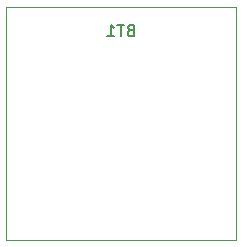
<source format=gbr>
%TF.GenerationSoftware,KiCad,Pcbnew,(6.0.7)*%
%TF.CreationDate,2022-09-02T16:32:09-04:00*%
%TF.ProjectId,GettingToBlink5.0,47657474-696e-4675-946f-426c696e6b35,rev?*%
%TF.SameCoordinates,Original*%
%TF.FileFunction,Legend,Bot*%
%TF.FilePolarity,Positive*%
%FSLAX46Y46*%
G04 Gerber Fmt 4.6, Leading zero omitted, Abs format (unit mm)*
G04 Created by KiCad (PCBNEW (6.0.7)) date 2022-09-02 16:32:09*
%MOMM*%
%LPD*%
G01*
G04 APERTURE LIST*
%ADD10C,0.150000*%
%ADD11C,0.120000*%
G04 APERTURE END LIST*
D10*
%TO.C,BT1*%
X144785714Y-93108571D02*
X144642857Y-93156190D01*
X144595238Y-93203809D01*
X144547619Y-93299047D01*
X144547619Y-93441904D01*
X144595238Y-93537142D01*
X144642857Y-93584761D01*
X144738095Y-93632380D01*
X145119047Y-93632380D01*
X145119047Y-92632380D01*
X144785714Y-92632380D01*
X144690476Y-92680000D01*
X144642857Y-92727619D01*
X144595238Y-92822857D01*
X144595238Y-92918095D01*
X144642857Y-93013333D01*
X144690476Y-93060952D01*
X144785714Y-93108571D01*
X145119047Y-93108571D01*
X144261904Y-92632380D02*
X143690476Y-92632380D01*
X143976190Y-93632380D02*
X143976190Y-92632380D01*
X142833333Y-93632380D02*
X143404761Y-93632380D01*
X143119047Y-93632380D02*
X143119047Y-92632380D01*
X143214285Y-92775238D01*
X143309523Y-92870476D01*
X143404761Y-92918095D01*
D11*
X153700000Y-91100000D02*
X134300000Y-91100000D01*
X134300000Y-91100000D02*
X134300000Y-110900000D01*
X134300000Y-110900000D02*
X153700000Y-110900000D01*
X153700000Y-110900000D02*
X153700000Y-91100000D01*
%TD*%
M02*

</source>
